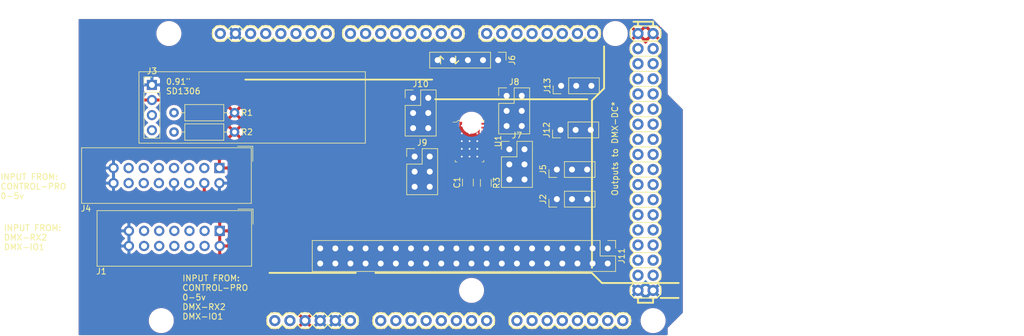
<source format=kicad_pcb>
(kicad_pcb (version 20171130) (host pcbnew "(5.1.12)-1")
  (layers (0 F.Cu signal) (31 B.Cu signal) (34 B.Paste user) (35 F.Paste user) (36 B.SilkS user) (37 F.SilkS user) (38 B.Mask user) (39 F.Mask user) (44 Edge.Cuts user))
  (net 0 "")
  (net 1 +12V)
  (net 2 +5V)
  (net 3 GND)
  (net 4 /DMX-TX)
  (net 5 /DMX-DIR)
  (net 6 /DMX-RX)
  (net 7 /~SR_CLR)
  (net 8 /DAC_A0)
  (net 9 /SR-CLK)
  (net 10 /DAC_A1)
  (net 11 /SR-OUT)
  (net 12 /~DAC_WR)
  (net 13 /A3)
  (net 14 /A2)
  (net 15 /A1)
  (net 16 /A0)
  (net 17 "Net-(C1-Pad1)")
  (net 18 "Net-(R3-Pad1)")
  (net 19 /TEMP4)
  (net 20 /TEMP3)
  (net 21 /TEMP2)
  (net 22 /TEMP1)
  (net 23 /FAN2)
  (net 24 /FAN1)
  (net 25 /FAN0)
  (net 26 /SW4)
  (net 27 /SW3)
  (net 28 /SW2)
  (net 29 /SW1)
  (net 30 /SW0)
  (net 31 /SCL)
  (net 32 /SDA)
  (net 33 /SDTI0)
  (net 34 /SCKI0)
  (net 35 /FANSP2)
  (net 36 /FANSP1)
  (net 37 /FANSP0)
  (net 38 /MTR1B)
  (net 39 /MTR1A)
  (net 40 /MTR0B)
  (net 41 /MTR0A)
  (net 42 /SERVO2)
  (net 43 /TILT)
  (net 44 /PAN)
  (net 45 /MTR1C)
  (net 46 /MTR0C)
  (net 47 /LED_G0)
  (net 48 /LED_R0)
  (net 49 /LED_R1)
  (net 50 /LED_B0)
  (net 51 /LED_B1)
  (net 52 /LED_G1)
  (net 53 /LED_R2)
  (net 54 /LED_G2)
  (net 55 /LED_B2)
  (net 56 /LED_R3)
  (net 57 /LED_G3)
  (net 58 /LED_B3)
  (module digikey-footprints:TSSOP-20-1EP_W4.4mm (layer F.Cu) (at 174.5208 79.8614 270)
    (fp_text reference U1 (at 0 -4.79 90) (layer F.SilkS))
    (fp_text value TLC59711)
    (pad 21 thru_hole circle (at 2.6 1.3 270) (size 0.3 0.3) (drill 0.3) (layers *.Cu *.Mask) (net 3 GND))
    (pad 21 thru_hole circle (at 1.3 1.3 270) (size 0.3 0.3) (drill 0.3) (layers *.Cu *.Mask) (net 3 GND))
    (pad 21 thru_hole circle (at 0 1.3 270) (size 0.3 0.3) (drill 0.3) (layers *.Cu *.Mask) (net 3 GND))
    (pad 21 thru_hole circle (at -1.3 1.3 270) (size 0.3 0.3) (drill 0.3) (layers *.Cu *.Mask) (net 3 GND))
    (pad 21 thru_hole circle (at -2.6 1.3 270) (size 0.3 0.3) (drill 0.3) (layers *.Cu *.Mask) (net 3 GND))
    (pad 21 thru_hole circle (at 2.6 0 270) (size 0.3 0.3) (drill 0.3) (layers *.Cu *.Mask) (net 3 GND))
    (pad 21 thru_hole circle (at 1.3 0 270) (size 0.3 0.3) (drill 0.3) (layers *.Cu *.Mask) (net 3 GND))
    (pad 21 thru_hole circle (at 0 0 270) (size 0.3 0.3) (drill 0.3) (layers *.Cu *.Mask) (net 3 GND))
    (pad 21 thru_hole circle (at -1.3 0 270) (size 0.3 0.3) (drill 0.3) (layers *.Cu *.Mask) (net 3 GND))
    (pad 21 thru_hole circle (at -2.6 0 270) (size 0.3 0.3) (drill 0.3) (layers *.Cu *.Mask) (net 3 GND))
    (pad 21 thru_hole circle (at 2.6 -1.3 270) (size 0.3 0.3) (drill 0.3) (layers *.Cu *.Mask) (net 3 GND))
    (pad 21 thru_hole circle (at 1.3 -1.3 270) (size 0.3 0.3) (drill 0.3) (layers *.Cu *.Mask) (net 3 GND))
    (pad 21 thru_hole circle (at 0 -1.3 270) (size 0.3 0.3) (drill 0.3) (layers *.Cu *.Mask) (net 3 GND))
    (pad 21 thru_hole circle (at -1.3 -1.3 270) (size 0.3 0.3) (drill 0.3) (layers *.Cu *.Mask) (net 3 GND))
    (pad 21 thru_hole circle (at -2.6 -1.3 270) (size 0.3 0.3) (drill 0.3) (layers *.Cu *.Mask) (net 3 GND))
    (pad 21 smd rect (at 0 1.5372 270) (size 3.43 0.325) (layers F.Cu F.Paste F.Mask) (net 3 GND))
    (pad 21 smd rect (at -2.4825 0 270) (size 1.535 3.4) (layers F.Cu F.Paste F.Mask) (net 3 GND))
    (pad 21 smd rect (at 0 0 270) (size 3.43 2.75) (layers F.Cu F.Paste F.Mask) (net 3 GND))
    (pad 20 smd rect (at -2.925 -2.8 270) (size 0.3 1.6) (layers F.Cu F.Paste F.Mask) (net 17 "Net-(C1-Pad1)"))
    (pad 19 smd rect (at -2.275 -2.8 270) (size 0.3 1.6) (layers F.Cu F.Paste F.Mask) (net 1 +12V))
    (pad 18 smd rect (at -1.625 -2.8 270) (size 0.3 1.6) (layers F.Cu F.Paste F.Mask) (net 58 /LED_B3))
    (pad 17 smd rect (at -0.975 -2.8 270) (size 0.3 1.6) (layers F.Cu F.Paste F.Mask) (net 57 /LED_G3))
    (pad 16 smd rect (at -0.325 -2.8 270) (size 0.3 1.6) (layers F.Cu F.Paste F.Mask) (net 56 /LED_R3))
    (pad 15 smd rect (at 0.325 -2.8 270) (size 0.3 1.6) (layers F.Cu F.Paste F.Mask) (net 55 /LED_B2))
    (pad 14 smd rect (at 0.975 -2.8 270) (size 0.3 1.6) (layers F.Cu F.Paste F.Mask) (net 54 /LED_G2))
    (pad 13 smd rect (at 1.625 -2.8 270) (size 0.3 1.6) (layers F.Cu F.Paste F.Mask) (net 53 /LED_R2))
    (pad 12 smd rect (at 2.275 -2.8 270) (size 0.3 1.6) (layers F.Cu F.Paste F.Mask))
    (pad 11 smd rect (at 2.925 -2.8 270) (size 0.3 1.6) (layers F.Cu F.Paste F.Mask))
    (pad 10 smd rect (at 2.925 2.8 270) (size 0.3 1.6) (layers F.Cu F.Paste F.Mask) (net 34 /SCKI0))
    (pad 9 smd rect (at 2.275 2.8 270) (size 0.3 1.6) (layers F.Cu F.Paste F.Mask) (net 33 /SDTI0))
    (pad 8 smd rect (at 1.625 2.8 270) (size 0.3 1.6) (layers F.Cu F.Paste F.Mask) (net 51 /LED_B1))
    (pad 7 smd rect (at 0.975 2.8 270) (size 0.3 1.6) (layers F.Cu F.Paste F.Mask) (net 52 /LED_G1))
    (pad 6 smd rect (at 0.325 2.8 270) (size 0.3 1.6) (layers F.Cu F.Paste F.Mask) (net 49 /LED_R1))
    (pad 5 smd rect (at -0.325 2.8 270) (size 0.3 1.6) (layers F.Cu F.Paste F.Mask) (net 50 /LED_B0))
    (pad 4 smd rect (at -0.975 2.8 270) (size 0.3 1.6) (layers F.Cu F.Paste F.Mask) (net 47 /LED_G0))
    (pad 3 smd rect (at -1.625 2.8 270) (size 0.3 1.6) (layers F.Cu F.Paste F.Mask) (net 48 /LED_R0))
    (pad 2 smd rect (at -2.275 2.8 270) (size 0.3 1.6) (layers F.Cu F.Paste F.Mask) (net 3 GND))
    (pad 1 smd rect (at -2.925 2.8 270) (size 0.3 1.6) (layers F.Cu F.Paste F.Mask) (net 18 "Net-(R3-Pad1)"))
    (pad 21 smd rect (at 2.4825 0 270) (size 1.535 3.4) (layers F.Cu F.Paste F.Mask) (net 3 GND))
    (pad 21 smd rect (at 0 -1.5375 270) (size 3.43 0.325) (layers F.Cu F.Paste F.Mask) (net 3 GND))
  )
  (module Resistor_SMD:R_1206_3216Metric_Pad1.42x1.75mm_HandSolder (layer F.Cu) (at 177.2508 86.8864 270)
    (fp_text reference R3 (at 0 -1.82 90) (layer F.SilkS))
    (fp_text value 3.3k)
    (pad 2 smd roundrect (at 1.4875 0 270) (size 1.425 1.75) (layers F.Cu F.Paste F.Mask) (roundrect_rratio 0.175439) (net 3 GND))
    (pad 1 smd roundrect (at -1.4875 0 270) (size 1.425 1.75) (layers F.Cu F.Paste F.Mask) (roundrect_rratio 0.175439) (net 18 "Net-(R3-Pad1)"))
  )
  (module Connector_PinHeader_2.54mm:PinHeader_1x03_P2.54mm_Vertical (layer F.Cu) (at 189.8904 70.5612 90)
    (fp_text reference J13 (at 0 -2.33 90) (layer F.SilkS))
    (fp_text value "LED PWM 7-8")
    (pad 3 thru_hole oval (at 0 5.08 90) (size 1.7 1.7) (drill 1) (layers *.Cu *.Mask) (net 56 /LED_R3))
    (pad 2 thru_hole oval (at 0 2.54 90) (size 1.7 1.7) (drill 1) (layers *.Cu *.Mask) (net 3 GND))
    (pad 1 thru_hole rect (at 0 0 90) (size 1.7 1.7) (drill 1) (layers *.Cu *.Mask) (net 55 /LED_B2))
  )
  (module Connector_PinHeader_2.54mm:PinHeader_1x03_P2.54mm_Vertical (layer F.Cu) (at 189.7888 77.978 90)
    (fp_text reference J12 (at 0 -2.33 90) (layer F.SilkS))
    (fp_text value "LED PWM 5-6")
    (pad 3 thru_hole oval (at 0 5.08 90) (size 1.7 1.7) (drill 1) (layers *.Cu *.Mask) (net 54 /LED_G2))
    (pad 2 thru_hole oval (at 0 2.54 90) (size 1.7 1.7) (drill 1) (layers *.Cu *.Mask) (net 3 GND))
    (pad 1 thru_hole rect (at 0 0 90) (size 1.7 1.7) (drill 1) (layers *.Cu *.Mask) (net 53 /LED_R2))
  )
  (module Connector_PinHeader_2.54mm:PinHeader_2x20_P2.54mm_Vertical (layer F.Cu) (at 197.7136 97.8916 270)
    (fp_text reference J11 (at 1.27 -2.33 90) (layer F.SilkS))
    (fp_text value "MV EXTENSION")
    (pad 1 thru_hole rect (at 0 0 270) (size 1.7 1.7) (drill 1) (layers *.Cu *.Mask) (net 2 +5V))
    (pad 2 thru_hole oval (at 2.54 0 270) (size 1.7 1.7) (drill 1) (layers *.Cu *.Mask) (net 2 +5V))
    (pad 3 thru_hole oval (at 0 2.54 270) (size 1.7 1.7) (drill 1) (layers *.Cu *.Mask) (net 31 /SCL))
    (pad 4 thru_hole oval (at 2.54 2.54 270) (size 1.7 1.7) (drill 1) (layers *.Cu *.Mask) (net 22 /TEMP1))
    (pad 5 thru_hole oval (at 0 5.08 270) (size 1.7 1.7) (drill 1) (layers *.Cu *.Mask) (net 32 /SDA))
    (pad 6 thru_hole oval (at 2.54 5.08 270) (size 1.7 1.7) (drill 1) (layers *.Cu *.Mask) (net 21 /TEMP2))
    (pad 7 thru_hole oval (at 0 7.62 270) (size 1.7 1.7) (drill 1) (layers *.Cu *.Mask) (net 48 /LED_R0))
    (pad 8 thru_hole oval (at 2.54 7.62 270) (size 1.7 1.7) (drill 1) (layers *.Cu *.Mask) (net 20 /TEMP3))
    (pad 9 thru_hole oval (at 0 10.16 270) (size 1.7 1.7) (drill 1) (layers *.Cu *.Mask) (net 47 /LED_G0))
    (pad 10 thru_hole oval (at 2.54 10.16 270) (size 1.7 1.7) (drill 1) (layers *.Cu *.Mask) (net 19 /TEMP4))
    (pad 11 thru_hole oval (at 0 12.7 270) (size 1.7 1.7) (drill 1) (layers *.Cu *.Mask) (net 50 /LED_B0))
    (pad 12 thru_hole oval (at 2.54 12.7 270) (size 1.7 1.7) (drill 1) (layers *.Cu *.Mask) (net 37 /FANSP0))
    (pad 13 thru_hole oval (at 0 15.24 270) (size 1.7 1.7) (drill 1) (layers *.Cu *.Mask) (net 49 /LED_R1))
    (pad 14 thru_hole oval (at 2.54 15.24 270) (size 1.7 1.7) (drill 1) (layers *.Cu *.Mask) (net 36 /FANSP1))
    (pad 15 thru_hole oval (at 0 17.78 270) (size 1.7 1.7) (drill 1) (layers *.Cu *.Mask) (net 53 /LED_R2))
    (pad 16 thru_hole oval (at 2.54 17.78 270) (size 1.7 1.7) (drill 1) (layers *.Cu *.Mask) (net 35 /FANSP2))
    (pad 17 thru_hole oval (at 0 20.32 270) (size 1.7 1.7) (drill 1) (layers *.Cu *.Mask) (net 54 /LED_G2))
    (pad 18 thru_hole oval (at 2.54 20.32 270) (size 1.7 1.7) (drill 1) (layers *.Cu *.Mask) (net 25 /FAN0))
    (pad 19 thru_hole oval (at 0 22.86 270) (size 1.7 1.7) (drill 1) (layers *.Cu *.Mask) (net 55 /LED_B2))
    (pad 20 thru_hole oval (at 2.54 22.86 270) (size 1.7 1.7) (drill 1) (layers *.Cu *.Mask) (net 24 /FAN1))
    (pad 21 thru_hole oval (at 0 25.4 270) (size 1.7 1.7) (drill 1) (layers *.Cu *.Mask) (net 56 /LED_R3))
    (pad 22 thru_hole oval (at 2.54 25.4 270) (size 1.7 1.7) (drill 1) (layers *.Cu *.Mask) (net 23 /FAN2))
    (pad 23 thru_hole oval (at 0 27.94 270) (size 1.7 1.7) (drill 1) (layers *.Cu *.Mask) (net 30 /SW0))
    (pad 24 thru_hole oval (at 2.54 27.94 270) (size 1.7 1.7) (drill 1) (layers *.Cu *.Mask) (net 44 /PAN))
    (pad 25 thru_hole oval (at 0 30.48 270) (size 1.7 1.7) (drill 1) (layers *.Cu *.Mask) (net 29 /SW1))
    (pad 26 thru_hole oval (at 2.54 30.48 270) (size 1.7 1.7) (drill 1) (layers *.Cu *.Mask) (net 43 /TILT))
    (pad 27 thru_hole oval (at 0 33.02 270) (size 1.7 1.7) (drill 1) (layers *.Cu *.Mask) (net 28 /SW2))
    (pad 28 thru_hole oval (at 2.54 33.02 270) (size 1.7 1.7) (drill 1) (layers *.Cu *.Mask) (net 42 /SERVO2))
    (pad 29 thru_hole oval (at 0 35.56 270) (size 1.7 1.7) (drill 1) (layers *.Cu *.Mask) (net 27 /SW3))
    (pad 30 thru_hole oval (at 2.54 35.56 270) (size 1.7 1.7) (drill 1) (layers *.Cu *.Mask) (net 41 /MTR0A))
    (pad 31 thru_hole oval (at 0 38.1 270) (size 1.7 1.7) (drill 1) (layers *.Cu *.Mask) (net 26 /SW4))
    (pad 32 thru_hole oval (at 2.54 38.1 270) (size 1.7 1.7) (drill 1) (layers *.Cu *.Mask) (net 40 /MTR0B))
    (pad 33 thru_hole oval (at 0 40.64 270) (size 1.7 1.7) (drill 1) (layers *.Cu *.Mask) (net 46 /MTR0C))
    (pad 34 thru_hole oval (at 2.54 40.64 270) (size 1.7 1.7) (drill 1) (layers *.Cu *.Mask) (net 39 /MTR1A))
    (pad 35 thru_hole oval (at 0 43.18 270) (size 1.7 1.7) (drill 1) (layers *.Cu *.Mask) (net 45 /MTR1C))
    (pad 36 thru_hole oval (at 2.54 43.18 270) (size 1.7 1.7) (drill 1) (layers *.Cu *.Mask) (net 38 /MTR1B))
    (pad 37 thru_hole oval (at 0 45.72 270) (size 1.7 1.7) (drill 1) (layers *.Cu *.Mask) (net 3 GND))
    (pad 38 thru_hole oval (at 2.54 45.72 270) (size 1.7 1.7) (drill 1) (layers *.Cu *.Mask) (net 3 GND))
    (pad 39 thru_hole oval (at 0 48.26 270) (size 1.7 1.7) (drill 1) (layers *.Cu *.Mask) (net 3 GND))
    (pad 40 thru_hole oval (at 2.54 48.26 270) (size 1.7 1.7) (drill 1) (layers *.Cu *.Mask) (net 3 GND))
  )
  (module Connector_PinHeader_2.54mm:PinHeader_2x03_P2.54mm_Vertical (layer F.Cu) (at 165.0492 72.5932)
    (fp_text reference J10 (at 1.27 -2.33) (layer F.SilkS))
    (fp_text value RGB3)
    (pad 6 thru_hole oval (at 2.54 5.08) (size 1.7 1.7) (drill 1) (layers *.Cu *.Mask))
    (pad 5 thru_hole oval (at 0 5.08) (size 1.7 1.7) (drill 1) (layers *.Cu *.Mask) (net 56 /LED_R3))
    (pad 4 thru_hole oval (at 2.54 2.54) (size 1.7 1.7) (drill 1) (layers *.Cu *.Mask))
    (pad 3 thru_hole oval (at 0 2.54) (size 1.7 1.7) (drill 1) (layers *.Cu *.Mask) (net 57 /LED_G3))
    (pad 2 thru_hole oval (at 2.54 0) (size 1.7 1.7) (drill 1) (layers *.Cu *.Mask))
    (pad 1 thru_hole rect (at 0 0) (size 1.7 1.7) (drill 1) (layers *.Cu *.Mask) (net 58 /LED_B3))
  )
  (module Connector_PinHeader_2.54mm:PinHeader_2x03_P2.54mm_Vertical (layer F.Cu) (at 165.3032 82.4484)
    (fp_text reference J9 (at 1.27 -2.33) (layer F.SilkS))
    (fp_text value RGB2)
    (pad 6 thru_hole oval (at 2.54 5.08) (size 1.7 1.7) (drill 1) (layers *.Cu *.Mask))
    (pad 5 thru_hole oval (at 0 5.08) (size 1.7 1.7) (drill 1) (layers *.Cu *.Mask) (net 53 /LED_R2))
    (pad 4 thru_hole oval (at 2.54 2.54) (size 1.7 1.7) (drill 1) (layers *.Cu *.Mask))
    (pad 3 thru_hole oval (at 0 2.54) (size 1.7 1.7) (drill 1) (layers *.Cu *.Mask) (net 54 /LED_G2))
    (pad 2 thru_hole oval (at 2.54 0) (size 1.7 1.7) (drill 1) (layers *.Cu *.Mask))
    (pad 1 thru_hole rect (at 0 0) (size 1.7 1.7) (drill 1) (layers *.Cu *.Mask) (net 55 /LED_B2))
  )
  (module Connector_PinHeader_2.54mm:PinHeader_2x03_P2.54mm_Vertical (layer F.Cu) (at 180.7464 72.2376)
    (fp_text reference J8 (at 1.27 -2.33) (layer F.SilkS))
    (fp_text value RGB1)
    (pad 6 thru_hole oval (at 2.54 5.08) (size 1.7 1.7) (drill 1) (layers *.Cu *.Mask) (net 51 /LED_B1))
    (pad 5 thru_hole oval (at 0 5.08) (size 1.7 1.7) (drill 1) (layers *.Cu *.Mask))
    (pad 4 thru_hole oval (at 2.54 2.54) (size 1.7 1.7) (drill 1) (layers *.Cu *.Mask) (net 52 /LED_G1))
    (pad 3 thru_hole oval (at 0 2.54) (size 1.7 1.7) (drill 1) (layers *.Cu *.Mask))
    (pad 2 thru_hole oval (at 2.54 0) (size 1.7 1.7) (drill 1) (layers *.Cu *.Mask) (net 49 /LED_R1))
    (pad 1 thru_hole rect (at 0 0) (size 1.7 1.7) (drill 1) (layers *.Cu *.Mask))
  )
  (module Connector_PinHeader_2.54mm:PinHeader_2x03_P2.54mm_Vertical (layer F.Cu) (at 181.2036 81.2292)
    (fp_text reference J7 (at 1.27 -2.33) (layer F.SilkS))
    (fp_text value RGB0)
    (pad 6 thru_hole oval (at 2.54 5.08) (size 1.7 1.7) (drill 1) (layers *.Cu *.Mask) (net 50 /LED_B0))
    (pad 5 thru_hole oval (at 0 5.08) (size 1.7 1.7) (drill 1) (layers *.Cu *.Mask))
    (pad 4 thru_hole oval (at 2.54 2.54) (size 1.7 1.7) (drill 1) (layers *.Cu *.Mask) (net 47 /LED_G0))
    (pad 3 thru_hole oval (at 0 2.54) (size 1.7 1.7) (drill 1) (layers *.Cu *.Mask))
    (pad 2 thru_hole oval (at 2.54 0) (size 1.7 1.7) (drill 1) (layers *.Cu *.Mask) (net 48 /LED_R0))
    (pad 1 thru_hole rect (at 0 0) (size 1.7 1.7) (drill 1) (layers *.Cu *.Mask))
  )
  (module Connector_PinHeader_2.54mm:PinHeader_1x05_P2.54mm_Vertical (layer F.Cu) (at 179.324 66.2432 270)
    (fp_text reference J6 (at 0 -2.33 90) (layer F.SilkS))
    (fp_text value PWM)
    (pad 5 thru_hole oval (at 0 10.16 270) (size 1.7 1.7) (drill 1) (layers *.Cu *.Mask) (net 3 GND))
    (pad 4 thru_hole oval (at 0 7.62 270) (size 1.7 1.7) (drill 1) (layers *.Cu *.Mask))
    (pad 3 thru_hole oval (at 0 5.08 270) (size 1.7 1.7) (drill 1) (layers *.Cu *.Mask) (net 1 +12V))
    (pad 2 thru_hole oval (at 0 2.54 270) (size 1.7 1.7) (drill 1) (layers *.Cu *.Mask) (net 34 /SCKI0))
    (pad 1 thru_hole rect (at 0 0 270) (size 1.7 1.7) (drill 1) (layers *.Cu *.Mask) (net 33 /SDTI0))
  )
  (module Connector_PinHeader_2.54mm:PinHeader_1x03_P2.54mm_Vertical (layer F.Cu) (at 189.1792 84.6328 90)
    (fp_text reference J5 (at 0 -2.33 90) (layer F.SilkS))
    (fp_text value "LED PWM 3-4")
    (pad 3 thru_hole oval (at 0 5.08 90) (size 1.7 1.7) (drill 1) (layers *.Cu *.Mask) (net 49 /LED_R1))
    (pad 2 thru_hole oval (at 0 2.54 90) (size 1.7 1.7) (drill 1) (layers *.Cu *.Mask) (net 3 GND))
    (pad 1 thru_hole rect (at 0 0 90) (size 1.7 1.7) (drill 1) (layers *.Cu *.Mask) (net 50 /LED_B0))
  )
  (module Connector_PinHeader_2.54mm:PinHeader_1x03_P2.54mm_Vertical (layer F.Cu) (at 189.1792 89.6112 90)
    (fp_text reference J2 (at 0 -2.33 90) (layer F.SilkS))
    (fp_text value "LED PWM 1-2")
    (pad 3 thru_hole oval (at 0 5.08 90) (size 1.7 1.7) (drill 1) (layers *.Cu *.Mask) (net 47 /LED_G0))
    (pad 2 thru_hole oval (at 0 2.54 90) (size 1.7 1.7) (drill 1) (layers *.Cu *.Mask) (net 3 GND))
    (pad 1 thru_hole rect (at 0 0 90) (size 1.7 1.7) (drill 1) (layers *.Cu *.Mask) (net 48 /LED_R0))
  )
  (module Capacitor_SMD:C_1206_3216Metric_Pad1.42x1.75mm_HandSolder (layer F.Cu) (at 174.244 86.8172 90)
    (fp_text reference C1 (at 0 -1.82 90) (layer F.SilkS))
    (fp_text value 0.1uF)
    (pad 2 smd roundrect (at 1.4875 0 90) (size 1.425 1.75) (layers F.Cu F.Paste F.Mask) (roundrect_rratio 0.175439) (net 3 GND))
    (pad 1 smd roundrect (at -1.4875 0 90) (size 1.425 1.75) (layers F.Cu F.Paste F.Mask) (roundrect_rratio 0.175439) (net 17 "Net-(C1-Pad1)"))
  )
  (module Resistor_THT:R_Axial_DIN0207_L6.3mm_D2.5mm_P10.16mm_Horizontal (layer F.Cu) (at 135.0772 78.3336 180)
    (fp_text reference R2 (at -2.0828 0) (layer F.SilkS))
    (fp_text value 4.7k)
    (pad 2 thru_hole oval (at 10.16 0 180) (size 1.6 1.6) (drill 0.8) (layers *.Cu *.Mask) (net 32 /SDA))
    (pad 1 thru_hole circle (at 0 0 180) (size 1.6 1.6) (drill 0.8) (layers *.Cu *.Mask) (net 2 +5V))
  )
  (module Resistor_THT:R_Axial_DIN0207_L6.3mm_D2.5mm_P10.16mm_Horizontal (layer F.Cu) (at 135.0772 75.0824 180)
    (fp_text reference R1 (at -2.0828 0) (layer F.SilkS))
    (fp_text value 4.7k)
    (pad 2 thru_hole oval (at 10.16 0 180) (size 1.6 1.6) (drill 0.8) (layers *.Cu *.Mask) (net 31 /SCL))
    (pad 1 thru_hole circle (at 0 0 180) (size 1.6 1.6) (drill 0.8) (layers *.Cu *.Mask) (net 2 +5V))
  )
  (module Connector_IDC:IDC-Header_2x08_P2.54mm_Vertical (layer F.Cu) (at 132.5372 84.3788 270)
    (fp_text reference J4 (at 6.8072 22.4028 180) (layer F.SilkS))
    (fp_text value INPUT)
    (pad 16 thru_hole oval (at 2.54 17.78 270) (size 1.7272 1.7272) (drill 1.016) (layers *.Cu *.Mask) (net 3 GND))
    (pad 15 thru_hole oval (at 0 17.78 270) (size 1.7272 1.7272) (drill 1.016) (layers *.Cu *.Mask) (net 3 GND))
    (pad 14 thru_hole oval (at 2.54 15.24 270) (size 1.7272 1.7272) (drill 1.016) (layers *.Cu *.Mask))
    (pad 13 thru_hole oval (at 0 15.24 270) (size 1.7272 1.7272) (drill 1.016) (layers *.Cu *.Mask) (net 13 /A3))
    (pad 12 thru_hole oval (at 2.54 12.7 270) (size 1.7272 1.7272) (drill 1.016) (layers *.Cu *.Mask))
    (pad 11 thru_hole oval (at 0 12.7 270) (size 1.7272 1.7272) (drill 1.016) (layers *.Cu *.Mask) (net 14 /A2))
    (pad 10 thru_hole oval (at 2.54 10.16 270) (size 1.7272 1.7272) (drill 1.016) (layers *.Cu *.Mask))
    (pad 9 thru_hole oval (at 0 10.16 270) (size 1.7272 1.7272) (drill 1.016) (layers *.Cu *.Mask) (net 15 /A1))
    (pad 8 thru_hole oval (at 2.54 7.62 270) (size 1.7272 1.7272) (drill 1.016) (layers *.Cu *.Mask) (net 3 GND))
    (pad 7 thru_hole oval (at 0 7.62 270) (size 1.7272 1.7272) (drill 1.016) (layers *.Cu *.Mask) (net 16 /A0))
    (pad 6 thru_hole oval (at 2.54 5.08 270) (size 1.7272 1.7272) (drill 1.016) (layers *.Cu *.Mask))
    (pad 5 thru_hole oval (at 0 5.08 270) (size 1.7272 1.7272) (drill 1.016) (layers *.Cu *.Mask))
    (pad 4 thru_hole oval (at 2.54 2.54 270) (size 1.7272 1.7272) (drill 1.016) (layers *.Cu *.Mask))
    (pad 3 thru_hole oval (at 0 2.54 270) (size 1.7272 1.7272) (drill 1.016) (layers *.Cu *.Mask))
    (pad 2 thru_hole oval (at 2.54 0 270) (size 1.7272 1.7272) (drill 1.016) (layers *.Cu *.Mask) (net 3 GND))
    (pad 1 thru_hole rect (at 0 0 270) (size 1.7272 1.7272) (drill 1.016) (layers *.Cu *.Mask) (net 2 +5V))
  )
  (module Connector_PinHeader_2.54mm:PinHeader_1x04_P2.54mm_Vertical (layer F.Cu) (at 121.2088 70.4088)
    (fp_text reference J3 (at 0 -2.33) (layer F.SilkS))
    (fp_text value OLED)
    (pad 4 thru_hole oval (at 0 7.62) (size 1.7 1.7) (drill 1) (layers *.Cu *.Mask) (net 32 /SDA))
    (pad 3 thru_hole oval (at 0 5.08) (size 1.7 1.7) (drill 1) (layers *.Cu *.Mask) (net 31 /SCL))
    (pad 2 thru_hole oval (at 0 2.54) (size 1.7 1.7) (drill 1) (layers *.Cu *.Mask) (net 2 +5V))
    (pad 1 thru_hole rect (at 0 0) (size 1.7 1.7) (drill 1) (layers *.Cu *.Mask) (net 3 GND))
  )
  (module Connector_IDC:IDC-Header_2x07_P2.54mm_Vertical (layer F.Cu) (at 132.588 94.9452 270)
    (fp_text reference J1 (at 6.8072 19.8628 180) (layer F.SilkS))
    (fp_text value "IO EXTENSION")
    (pad 14 thru_hole oval (at 2.54 15.24 270) (size 1.7272 1.7272) (drill 1.016) (layers *.Cu *.Mask) (net 3 GND))
    (pad 13 thru_hole oval (at 0 15.24 270) (size 1.7272 1.7272) (drill 1.016) (layers *.Cu *.Mask) (net 3 GND))
    (pad 12 thru_hole oval (at 2.54 12.7 270) (size 1.7272 1.7272) (drill 1.016) (layers *.Cu *.Mask))
    (pad 11 thru_hole oval (at 0 12.7 270) (size 1.7272 1.7272) (drill 1.016) (layers *.Cu *.Mask) (net 4 /DMX-TX))
    (pad 10 thru_hole oval (at 2.54 10.16 270) (size 1.7272 1.7272) (drill 1.016) (layers *.Cu *.Mask) (net 5 /DMX-DIR))
    (pad 9 thru_hole oval (at 0 10.16 270) (size 1.7272 1.7272) (drill 1.016) (layers *.Cu *.Mask) (net 6 /DMX-RX))
    (pad 8 thru_hole oval (at 2.54 7.62 270) (size 1.7272 1.7272) (drill 1.016) (layers *.Cu *.Mask) (net 7 /~SR_CLR))
    (pad 7 thru_hole oval (at 0 7.62 270) (size 1.7272 1.7272) (drill 1.016) (layers *.Cu *.Mask) (net 8 /DAC_A0))
    (pad 6 thru_hole oval (at 2.54 5.08 270) (size 1.7272 1.7272) (drill 1.016) (layers *.Cu *.Mask) (net 9 /SR-CLK))
    (pad 5 thru_hole oval (at 0 5.08 270) (size 1.7272 1.7272) (drill 1.016) (layers *.Cu *.Mask) (net 10 /DAC_A1))
    (pad 4 thru_hole oval (at 2.54 2.54 270) (size 1.7272 1.7272) (drill 1.016) (layers *.Cu *.Mask) (net 11 /SR-OUT))
    (pad 3 thru_hole oval (at 0 2.54 270) (size 1.7272 1.7272) (drill 1.016) (layers *.Cu *.Mask) (net 12 /~DAC_WR))
    (pad 2 thru_hole oval (at 2.54 0 270) (size 1.7272 1.7272) (drill 1.016) (layers *.Cu *.Mask) (net 2 +5V))
    (pad 1 thru_hole rect (at 0 0 270) (size 1.7272 1.7272) (drill 1.016) (layers *.Cu *.Mask) (net 2 +5V))
  )
  (module Boards:ARDUINO_MEGA (layer F.Cu) (at 158.3436 85.9028)
    (fp_text reference B1 hide)
    (fp_text value ARDUINO_MEGA_R3FULL hide)
    (pad "" np_thru_hole circle (at 46.99 24.13) (size 3.19786 3.19786) (drill 3.19786) (layers *.Cu *.Mask))
    (pad "" np_thru_hole circle (at 40.64 -24.13) (size 3.19786 3.19786) (drill 3.19786) (layers *.Cu *.Mask))
    (pad "" np_thru_hole circle (at 16.51 19.05) (size 3.19786 3.19786) (drill 3.19786) (layers *.Cu *.Mask))
    (pad "" np_thru_hole circle (at 16.51 -8.89) (size 3.19786 3.19786) (drill 3.19786) (layers *.Cu *.Mask))
    (pad "" np_thru_hole circle (at -35.56 24.13) (size 3.19786 3.19786) (drill 3.19786) (layers *.Cu *.Mask))
    (pad "" np_thru_hole circle (at -34.29 -24.13) (size 3.19786 3.19786) (drill 3.19786) (layers *.Cu *.Mask))
    (pad VIN thru_hole circle (at -3.81 24.13) (size 1.8796 1.8796) (drill 1.016) (layers *.Cu *.Mask))
    (pad RESE thru_hole circle (at -16.51 24.13) (size 1.8796 1.8796) (drill 1.016) (layers *.Cu *.Mask))
    (pad GND@ thru_hole circle (at -23.114 -24.13) (size 1.8796 1.8796) (drill 1.016) (layers *.Cu *.Mask) (net 3 GND))
    (pad GND@ thru_hole circle (at 46.99 19.05) (size 1.8796 1.8796) (drill 1.016) (layers *.Cu *.Mask) (net 3 GND))
    (pad GND@ thru_hole circle (at 44.45 19.05) (size 1.8796 1.8796) (drill 1.016) (layers *.Cu *.Mask) (net 3 GND))
    (pad GND@ thru_hole circle (at -6.35 24.13) (size 1.8796 1.8796) (drill 1.016) (layers *.Cu *.Mask) (net 3 GND))
    (pad GND@ thru_hole circle (at -8.89 24.13) (size 1.8796 1.8796) (drill 1.016) (layers *.Cu *.Mask) (net 3 GND))
    (pad AREF thru_hole circle (at -25.654 -24.13) (size 1.8796 1.8796) (drill 1.016) (layers *.Cu *.Mask))
    (pad A15 thru_hole circle (at 41.91 24.13) (size 1.8796 1.8796) (drill 1.016) (layers *.Cu *.Mask))
    (pad A14 thru_hole circle (at 39.37 24.13) (size 1.8796 1.8796) (drill 1.016) (layers *.Cu *.Mask))
    (pad A13 thru_hole circle (at 36.83 24.13) (size 1.8796 1.8796) (drill 1.016) (layers *.Cu *.Mask))
    (pad A12 thru_hole circle (at 34.29 24.13) (size 1.8796 1.8796) (drill 1.016) (layers *.Cu *.Mask))
    (pad A11 thru_hole circle (at 31.75 24.13) (size 1.8796 1.8796) (drill 1.016) (layers *.Cu *.Mask) (net 13 /A3))
    (pad A10 thru_hole circle (at 29.21 24.13) (size 1.8796 1.8796) (drill 1.016) (layers *.Cu *.Mask) (net 14 /A2))
    (pad A9 thru_hole circle (at 26.67 24.13) (size 1.8796 1.8796) (drill 1.016) (layers *.Cu *.Mask) (net 15 /A1))
    (pad A8 thru_hole circle (at 24.13 24.13) (size 1.8796 1.8796) (drill 1.016) (layers *.Cu *.Mask) (net 16 /A0))
    (pad A7 thru_hole circle (at 19.05 24.13) (size 1.8796 1.8796) (drill 1.016) (layers *.Cu *.Mask) (net 19 /TEMP4))
    (pad A6 thru_hole circle (at 16.51 24.13) (size 1.8796 1.8796) (drill 1.016) (layers *.Cu *.Mask) (net 20 /TEMP3))
    (pad A5 thru_hole circle (at 13.97 24.13) (size 1.8796 1.8796) (drill 1.016) (layers *.Cu *.Mask) (net 21 /TEMP2))
    (pad A4 thru_hole circle (at 11.43 24.13) (size 1.8796 1.8796) (drill 1.016) (layers *.Cu *.Mask) (net 22 /TEMP1))
    (pad A3 thru_hole circle (at 8.89 24.13) (size 1.8796 1.8796) (drill 1.016) (layers *.Cu *.Mask))
    (pad A2 thru_hole circle (at 6.35 24.13) (size 1.8796 1.8796) (drill 1.016) (layers *.Cu *.Mask))
    (pad A1 thru_hole circle (at 3.81 24.13) (size 1.8796 1.8796) (drill 1.016) (layers *.Cu *.Mask))
    (pad A0 thru_hole circle (at 1.27 24.13) (size 1.8796 1.8796) (drill 1.016) (layers *.Cu *.Mask))
    (pad 53 thru_hole circle (at 46.99 16.51) (size 1.8796 3.7592) (drill 1.016) (layers *.Cu *.Mask))
    (pad 52 thru_hole circle (at 44.45 16.51) (size 1.8796 3.7592) (drill 1.016) (layers *.Cu *.Mask))
    (pad 51 thru_hole circle (at 46.99 13.97) (size 1.8796 3.7592) (drill 1.016) (layers *.Cu *.Mask))
    (pad 50 thru_hole circle (at 44.45 13.97) (size 1.8796 3.7592) (drill 1.016) (layers *.Cu *.Mask))
    (pad 49 thru_hole circle (at 46.99 11.43) (size 1.8796 3.7592) (drill 1.016) (layers *.Cu *.Mask))
    (pad 48 thru_hole circle (at 44.45 11.43) (size 1.8796 3.7592) (drill 1.016) (layers *.Cu *.Mask))
    (pad 47 thru_hole circle (at 46.99 8.89) (size 1.8796 3.7592) (drill 1.016) (layers *.Cu *.Mask))
    (pad 46 thru_hole circle (at 44.45 8.89) (size 1.8796 3.7592) (drill 1.016) (layers *.Cu *.Mask) (net 23 /FAN2))
    (pad 45 thru_hole circle (at 46.99 6.35) (size 1.8796 3.7592) (drill 1.016) (layers *.Cu *.Mask) (net 24 /FAN1))
    (pad 44 thru_hole circle (at 44.45 6.35) (size 1.8796 3.7592) (drill 1.016) (layers *.Cu *.Mask) (net 25 /FAN0))
    (pad 43 thru_hole circle (at 46.99 3.81) (size 1.8796 3.7592) (drill 1.016) (layers *.Cu *.Mask) (net 26 /SW4))
    (pad 42 thru_hole circle (at 44.45 3.81) (size 1.8796 3.7592) (drill 1.016) (layers *.Cu *.Mask) (net 27 /SW3))
    (pad 41 thru_hole circle (at 46.99 1.27) (size 1.8796 3.7592) (drill 1.016) (layers *.Cu *.Mask) (net 28 /SW2))
    (pad 40 thru_hole circle (at 44.45 1.27) (size 1.8796 3.7592) (drill 1.016) (layers *.Cu *.Mask) (net 29 /SW1))
    (pad 39 thru_hole circle (at 46.99 -1.27) (size 1.8796 3.7592) (drill 1.016) (layers *.Cu *.Mask) (net 30 /SW0))
    (pad 38 thru_hole circle (at 44.45 -1.27) (size 1.8796 3.7592) (drill 1.016) (layers *.Cu *.Mask))
    (pad 37 thru_hole circle (at 46.99 -3.81) (size 1.8796 3.7592) (drill 1.016) (layers *.Cu *.Mask))
    (pad 36 thru_hole circle (at 44.45 -3.81) (size 1.8796 3.7592) (drill 1.016) (layers *.Cu *.Mask))
    (pad 35 thru_hole circle (at 46.99 -6.35) (size 1.8796 3.7592) (drill 1.016) (layers *.Cu *.Mask))
    (pad 34 thru_hole circle (at 44.45 -6.35) (size 1.8796 3.7592) (drill 1.016) (layers *.Cu *.Mask))
    (pad 33 thru_hole circle (at 46.99 -8.89) (size 1.8796 3.7592) (drill 1.016) (layers *.Cu *.Mask))
    (pad 32 thru_hole circle (at 44.45 -8.89) (size 1.8796 3.7592) (drill 1.016) (layers *.Cu *.Mask))
    (pad 31 thru_hole circle (at 46.99 -11.43) (size 1.8796 3.7592) (drill 1.016) (layers *.Cu *.Mask))
    (pad 30 thru_hole circle (at 44.45 -11.43) (size 1.8796 3.7592) (drill 1.016) (layers *.Cu *.Mask))
    (pad 29 thru_hole circle (at 46.99 -13.97) (size 1.8796 3.7592) (drill 1.016) (layers *.Cu *.Mask))
    (pad 28 thru_hole circle (at 44.45 -13.97) (size 1.8796 3.7592) (drill 1.016) (layers *.Cu *.Mask))
    (pad 27 thru_hole circle (at 46.99 -16.51) (size 1.8796 3.7592) (drill 1.016) (layers *.Cu *.Mask) (net 8 /DAC_A0))
    (pad 26 thru_hole circle (at 44.45 -16.51) (size 1.8796 3.7592) (drill 1.016) (layers *.Cu *.Mask) (net 10 /DAC_A1))
    (pad 25 thru_hole circle (at 46.99 -19.05) (size 1.8796 3.7592) (drill 1.016) (layers *.Cu *.Mask) (net 12 /~DAC_WR))
    (pad 24 thru_hole circle (at 44.45 -19.05) (size 1.8796 3.7592) (drill 1.016) (layers *.Cu *.Mask) (net 7 /~SR_CLR))
    (pad 23 thru_hole circle (at 46.99 -21.59) (size 1.8796 3.7592) (drill 1.016) (layers *.Cu *.Mask) (net 9 /SR-CLK))
    (pad 22 thru_hole circle (at 44.45 -21.59) (size 1.8796 3.7592) (drill 1.016) (layers *.Cu *.Mask) (net 11 /SR-OUT))
    (pad 21 thru_hole circle (at 36.83 -24.13) (size 1.8796 1.8796) (drill 1.016) (layers *.Cu *.Mask) (net 31 /SCL))
    (pad 20 thru_hole circle (at 34.29 -24.13) (size 1.8796 1.8796) (drill 1.016) (layers *.Cu *.Mask) (net 32 /SDA))
    (pad 19 thru_hole circle (at 31.75 -24.13) (size 1.8796 1.8796) (drill 1.016) (layers *.Cu *.Mask))
    (pad 18 thru_hole circle (at 29.21 -24.13) (size 1.8796 1.8796) (drill 1.016) (layers *.Cu *.Mask))
    (pad 17 thru_hole circle (at 26.67 -24.13) (size 1.8796 1.8796) (drill 1.016) (layers *.Cu *.Mask) (net 33 /SDTI0))
    (pad 16 thru_hole circle (at 24.13 -24.13) (size 1.8796 1.8796) (drill 1.016) (layers *.Cu *.Mask) (net 34 /SCKI0))
    (pad 15 thru_hole circle (at 21.59 -24.13) (size 1.8796 1.8796) (drill 1.016) (layers *.Cu *.Mask) (net 35 /FANSP2))
    (pad 14 thru_hole circle (at 19.05 -24.13) (size 1.8796 1.8796) (drill 1.016) (layers *.Cu *.Mask) (net 36 /FANSP1))
    (pad 13 thru_hole circle (at -20.574 -24.13) (size 1.8796 1.8796) (drill 1.016) (layers *.Cu *.Mask) (net 37 /FANSP0))
    (pad 12 thru_hole circle (at -18.034 -24.13) (size 1.8796 1.8796) (drill 1.016) (layers *.Cu *.Mask) (net 38 /MTR1B))
    (pad 11 thru_hole circle (at -15.494 -24.13) (size 1.8796 1.8796) (drill 1.016) (layers *.Cu *.Mask) (net 39 /MTR1A))
    (pad 10 thru_hole circle (at -12.954 -24.13) (size 1.8796 1.8796) (drill 1.016) (layers *.Cu *.Mask) (net 40 /MTR0B))
    (pad 9 thru_hole circle (at -10.414 -24.13) (size 1.8796 1.8796) (drill 1.016) (layers *.Cu *.Mask) (net 41 /MTR0A))
    (pad 8 thru_hole circle (at -7.874 -24.13) (size 1.8796 1.8796) (drill 1.016) (layers *.Cu *.Mask) (net 42 /SERVO2))
    (pad 7 thru_hole circle (at -3.81 -24.13) (size 1.8796 1.8796) (drill 1.016) (layers *.Cu *.Mask) (net 43 /TILT))
    (pad 6 thru_hole circle (at -1.27 -24.13) (size 1.8796 1.8796) (drill 1.016) (layers *.Cu *.Mask) (net 44 /PAN))
    (pad 5V@2 thru_hole circle (at 46.99 -24.13) (size 1.8796 1.8796) (drill 1.016) (layers *.Cu *.Mask) (net 2 +5V))
    (pad 5V@1 thru_hole circle (at 44.45 -24.13) (size 1.8796 1.8796) (drill 1.016) (layers *.Cu *.Mask) (net 2 +5V))
    (pad 5V@0 thru_hole circle (at -11.43 24.13) (size 1.8796 1.8796) (drill 1.016) (layers *.Cu *.Mask) (net 2 +5V))
    (pad 5 thru_hole circle (at 1.27 -24.13) (size 1.8796 1.8796) (drill 1.016) (layers *.Cu *.Mask) (net 45 /MTR1C))
    (pad 4 thru_hole circle (at 3.81 -24.13) (size 1.8796 1.8796) (drill 1.016) (layers *.Cu *.Mask) (net 46 /MTR0C))
    (pad 3.3V thru_hole circle (at -13.97 24.13) (size 1.8796 1.8796) (drill 1.016) (layers *.Cu *.Mask))
    (pad 3 thru_hole circle (at 6.35 -24.13) (size 1.8796 1.8796) (drill 1.016) (layers *.Cu *.Mask))
    (pad 2 thru_hole circle (at 8.89 -24.13) (size 1.8796 1.8796) (drill 1.016) (layers *.Cu *.Mask) (net 5 /DMX-DIR))
    (pad 1 thru_hole circle (at 11.43 -24.13) (size 1.8796 1.8796) (drill 1.016) (layers *.Cu *.Mask) (net 4 /DMX-TX))
    (pad 0 thru_hole circle (at 13.97 -24.13) (size 1.8796 1.8796) (drill 1.016) (layers *.Cu *.Mask) (net 6 /DMX-RX))
  )
  (gr_line (start 157.0312 68.1916) (end 157.0312 80.1916) (layer F.SilkS) (width 0.12))
  (gr_line (start 119.0312 80.1916) (end 157.0312 80.1916) (layer F.SilkS) (width 0.12))
  (gr_line (start 119.0312 68.1916) (end 119.0312 80.1916) (layer F.SilkS) (width 0.12))
  (gr_line (start 119.0312 68.1916) (end 157.0312 68.1916) (layer F.SilkS) (width 0.12))
  (gr_text "INPUT FROM:\nCONTROL-PRO\n0-5v\nDMX-RX2\nDMX-IO1" (at 126.238 106.1212) (layer F.SilkS) (effects (font (size 1 1)) (justify left)))
  (gr_text "0.91\"\nSD1306" (at 123.4948 70.6628) (layer F.SilkS) (effects (font (size 1 1)) (justify left)))
  (gr_text "Outputs to DMX-DC*" (at 198.9328 81.1276 90) (layer F.SilkS) (effects (font (size 1 1))))
  (gr_text "INPUT FROM:\nDMX-RX2\nDMX-IO1" (at 96.266 96.0628) (layer F.SilkS) (effects (font (size 1 1)) (justify left)))
  (gr_text "INPUT FROM:\nCONTROL-PRO\n0-5v" (at 95.7072 87.4776) (layer F.SilkS) (effects (font (size 1 1)) (justify left)))
  (zone (net 3) (net_name GND) (layer B.Cu) (connect_pads (clearance 0.508)) (min_thickness 0.254) (fill yes (arc_segments 32) (thermal_gap 0.508) (thermal_bridge_width 0.508))
    (polygon (pts (xy 207.772 61.8236) (xy 207.772 71.9836) (xy 210.312 74.5236) (xy 210.312 108.712) (xy 207.772 111.252) (xy 207.772 112.4712) (xy 108.9152 112.4712) (xy 108.9152 59.3344) (xy 205.2828 59.3344)))
  )
  (zone (net 2) (net_name +5V) (layer F.Cu) (connect_pads (clearance 0.508)) (min_thickness 0.254) (fill yes (arc_segments 32) (thermal_gap 0.508) (thermal_bridge_width 0.508))
    (polygon (pts (xy 207.772 61.8236) (xy 207.772 71.9836) (xy 210.312 74.5236) (xy 210.312 108.712) (xy 207.772 111.252) (xy 207.772 112.4712) (xy 108.9152 112.4712) (xy 108.9152 59.3344) (xy 205.2828 59.3344)))
  )
)
</source>
